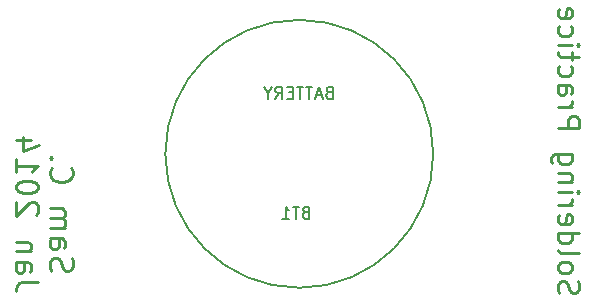
<source format=gbo>
G04 (created by PCBNEW (2013-07-07 BZR 4022)-stable) date 27/01/2014 8:34:37 p.m.*
%MOIN*%
G04 Gerber Fmt 3.4, Leading zero omitted, Abs format*
%FSLAX34Y34*%
G01*
G70*
G90*
G04 APERTURE LIST*
%ADD10C,0.00590551*%
%ADD11C,0.00984252*%
%ADD12C,0.01*%
G04 APERTURE END LIST*
G54D10*
G54D11*
X80350Y-55050D02*
X80316Y-54950D01*
X80316Y-54783D01*
X80350Y-54716D01*
X80383Y-54683D01*
X80450Y-54650D01*
X80516Y-54650D01*
X80583Y-54683D01*
X80616Y-54716D01*
X80650Y-54783D01*
X80683Y-54916D01*
X80716Y-54983D01*
X80750Y-55016D01*
X80816Y-55050D01*
X80883Y-55050D01*
X80950Y-55016D01*
X80983Y-54983D01*
X81016Y-54916D01*
X81016Y-54750D01*
X80983Y-54650D01*
X80316Y-54250D02*
X80350Y-54316D01*
X80383Y-54350D01*
X80450Y-54383D01*
X80650Y-54383D01*
X80716Y-54350D01*
X80750Y-54316D01*
X80783Y-54250D01*
X80783Y-54150D01*
X80750Y-54083D01*
X80716Y-54050D01*
X80650Y-54016D01*
X80450Y-54016D01*
X80383Y-54050D01*
X80350Y-54083D01*
X80316Y-54150D01*
X80316Y-54250D01*
X80316Y-53616D02*
X80350Y-53683D01*
X80416Y-53716D01*
X81016Y-53716D01*
X80316Y-53050D02*
X81016Y-53050D01*
X80350Y-53050D02*
X80316Y-53116D01*
X80316Y-53250D01*
X80350Y-53316D01*
X80383Y-53350D01*
X80450Y-53383D01*
X80650Y-53383D01*
X80716Y-53350D01*
X80750Y-53316D01*
X80783Y-53250D01*
X80783Y-53116D01*
X80750Y-53050D01*
X80350Y-52450D02*
X80316Y-52516D01*
X80316Y-52650D01*
X80350Y-52716D01*
X80416Y-52750D01*
X80683Y-52750D01*
X80750Y-52716D01*
X80783Y-52650D01*
X80783Y-52516D01*
X80750Y-52450D01*
X80683Y-52416D01*
X80616Y-52416D01*
X80550Y-52750D01*
X80316Y-52116D02*
X80783Y-52116D01*
X80650Y-52116D02*
X80716Y-52083D01*
X80750Y-52050D01*
X80783Y-51983D01*
X80783Y-51916D01*
X80316Y-51683D02*
X80783Y-51683D01*
X81016Y-51683D02*
X80983Y-51716D01*
X80950Y-51683D01*
X80983Y-51650D01*
X81016Y-51683D01*
X80950Y-51683D01*
X80783Y-51350D02*
X80316Y-51350D01*
X80716Y-51350D02*
X80750Y-51316D01*
X80783Y-51250D01*
X80783Y-51150D01*
X80750Y-51083D01*
X80683Y-51050D01*
X80316Y-51050D01*
X80783Y-50416D02*
X80216Y-50416D01*
X80150Y-50450D01*
X80116Y-50483D01*
X80083Y-50550D01*
X80083Y-50650D01*
X80116Y-50716D01*
X80350Y-50416D02*
X80316Y-50483D01*
X80316Y-50616D01*
X80350Y-50683D01*
X80383Y-50716D01*
X80450Y-50750D01*
X80650Y-50750D01*
X80716Y-50716D01*
X80750Y-50683D01*
X80783Y-50616D01*
X80783Y-50483D01*
X80750Y-50416D01*
X80316Y-49550D02*
X81016Y-49550D01*
X81016Y-49283D01*
X80983Y-49216D01*
X80950Y-49183D01*
X80883Y-49150D01*
X80783Y-49150D01*
X80716Y-49183D01*
X80683Y-49216D01*
X80650Y-49283D01*
X80650Y-49550D01*
X80316Y-48850D02*
X80783Y-48850D01*
X80650Y-48850D02*
X80716Y-48816D01*
X80750Y-48783D01*
X80783Y-48716D01*
X80783Y-48650D01*
X80316Y-48116D02*
X80683Y-48116D01*
X80750Y-48149D01*
X80783Y-48216D01*
X80783Y-48349D01*
X80750Y-48416D01*
X80350Y-48116D02*
X80316Y-48183D01*
X80316Y-48349D01*
X80350Y-48416D01*
X80416Y-48449D01*
X80483Y-48449D01*
X80550Y-48416D01*
X80583Y-48349D01*
X80583Y-48183D01*
X80616Y-48116D01*
X80350Y-47483D02*
X80316Y-47549D01*
X80316Y-47683D01*
X80350Y-47749D01*
X80383Y-47783D01*
X80450Y-47816D01*
X80650Y-47816D01*
X80716Y-47783D01*
X80750Y-47749D01*
X80783Y-47683D01*
X80783Y-47549D01*
X80750Y-47483D01*
X80783Y-47283D02*
X80783Y-47016D01*
X81016Y-47183D02*
X80416Y-47183D01*
X80350Y-47149D01*
X80316Y-47083D01*
X80316Y-47016D01*
X80316Y-46783D02*
X80783Y-46783D01*
X81016Y-46783D02*
X80983Y-46816D01*
X80950Y-46783D01*
X80983Y-46749D01*
X81016Y-46783D01*
X80950Y-46783D01*
X80350Y-46149D02*
X80316Y-46216D01*
X80316Y-46349D01*
X80350Y-46416D01*
X80383Y-46449D01*
X80450Y-46483D01*
X80650Y-46483D01*
X80716Y-46449D01*
X80750Y-46416D01*
X80783Y-46349D01*
X80783Y-46216D01*
X80750Y-46149D01*
X80350Y-45583D02*
X80316Y-45649D01*
X80316Y-45783D01*
X80350Y-45849D01*
X80416Y-45883D01*
X80683Y-45883D01*
X80750Y-45849D01*
X80783Y-45783D01*
X80783Y-45649D01*
X80750Y-45583D01*
X80683Y-45549D01*
X80616Y-45549D01*
X80550Y-45883D01*
G54D12*
X63432Y-54292D02*
X63396Y-54185D01*
X63396Y-54007D01*
X63432Y-53935D01*
X63467Y-53900D01*
X63539Y-53864D01*
X63610Y-53864D01*
X63682Y-53900D01*
X63717Y-53935D01*
X63753Y-54007D01*
X63789Y-54150D01*
X63825Y-54221D01*
X63860Y-54257D01*
X63932Y-54292D01*
X64003Y-54292D01*
X64075Y-54257D01*
X64110Y-54221D01*
X64146Y-54150D01*
X64146Y-53971D01*
X64110Y-53864D01*
X63396Y-53221D02*
X63789Y-53221D01*
X63860Y-53257D01*
X63896Y-53328D01*
X63896Y-53471D01*
X63860Y-53542D01*
X63432Y-53221D02*
X63396Y-53292D01*
X63396Y-53471D01*
X63432Y-53542D01*
X63503Y-53578D01*
X63575Y-53578D01*
X63646Y-53542D01*
X63682Y-53471D01*
X63682Y-53292D01*
X63717Y-53221D01*
X63396Y-52864D02*
X63896Y-52864D01*
X63825Y-52864D02*
X63860Y-52828D01*
X63896Y-52757D01*
X63896Y-52650D01*
X63860Y-52578D01*
X63789Y-52542D01*
X63396Y-52542D01*
X63789Y-52542D02*
X63860Y-52507D01*
X63896Y-52435D01*
X63896Y-52328D01*
X63860Y-52257D01*
X63789Y-52221D01*
X63396Y-52221D01*
X63467Y-50864D02*
X63432Y-50899D01*
X63396Y-51007D01*
X63396Y-51078D01*
X63432Y-51185D01*
X63503Y-51257D01*
X63575Y-51292D01*
X63717Y-51328D01*
X63825Y-51328D01*
X63967Y-51292D01*
X64039Y-51257D01*
X64110Y-51185D01*
X64146Y-51078D01*
X64146Y-51007D01*
X64110Y-50899D01*
X64075Y-50864D01*
X63467Y-50542D02*
X63432Y-50507D01*
X63396Y-50542D01*
X63432Y-50578D01*
X63467Y-50542D01*
X63396Y-50542D01*
X62996Y-54685D02*
X62460Y-54685D01*
X62353Y-54721D01*
X62282Y-54792D01*
X62246Y-54900D01*
X62246Y-54971D01*
X62246Y-54007D02*
X62639Y-54007D01*
X62710Y-54042D01*
X62746Y-54114D01*
X62746Y-54257D01*
X62710Y-54328D01*
X62282Y-54007D02*
X62246Y-54078D01*
X62246Y-54257D01*
X62282Y-54328D01*
X62353Y-54364D01*
X62425Y-54364D01*
X62496Y-54328D01*
X62532Y-54257D01*
X62532Y-54078D01*
X62567Y-54007D01*
X62746Y-53650D02*
X62246Y-53650D01*
X62675Y-53650D02*
X62710Y-53614D01*
X62746Y-53542D01*
X62746Y-53435D01*
X62710Y-53364D01*
X62639Y-53328D01*
X62246Y-53328D01*
X62925Y-52435D02*
X62960Y-52400D01*
X62996Y-52328D01*
X62996Y-52150D01*
X62960Y-52078D01*
X62925Y-52042D01*
X62853Y-52007D01*
X62782Y-52007D01*
X62675Y-52042D01*
X62246Y-52471D01*
X62246Y-52007D01*
X62996Y-51542D02*
X62996Y-51471D01*
X62960Y-51400D01*
X62925Y-51364D01*
X62853Y-51328D01*
X62710Y-51292D01*
X62532Y-51292D01*
X62389Y-51328D01*
X62317Y-51364D01*
X62282Y-51400D01*
X62246Y-51471D01*
X62246Y-51542D01*
X62282Y-51614D01*
X62317Y-51650D01*
X62389Y-51685D01*
X62532Y-51721D01*
X62710Y-51721D01*
X62853Y-51685D01*
X62925Y-51650D01*
X62960Y-51614D01*
X62996Y-51542D01*
X62246Y-50578D02*
X62246Y-51007D01*
X62246Y-50792D02*
X62996Y-50792D01*
X62889Y-50864D01*
X62817Y-50935D01*
X62782Y-51007D01*
X62746Y-49935D02*
X62246Y-49935D01*
X63032Y-50114D02*
X62496Y-50292D01*
X62496Y-49828D01*
G54D10*
X76165Y-50400D02*
G75*
G03X76165Y-50400I-4465J0D01*
G74*
G01*
X71909Y-52353D02*
X71853Y-52371D01*
X71834Y-52390D01*
X71815Y-52428D01*
X71815Y-52484D01*
X71834Y-52521D01*
X71853Y-52540D01*
X71890Y-52559D01*
X72040Y-52559D01*
X72040Y-52165D01*
X71909Y-52165D01*
X71871Y-52184D01*
X71853Y-52203D01*
X71834Y-52240D01*
X71834Y-52278D01*
X71853Y-52315D01*
X71871Y-52334D01*
X71909Y-52353D01*
X72040Y-52353D01*
X71703Y-52165D02*
X71478Y-52165D01*
X71590Y-52559D02*
X71590Y-52165D01*
X71140Y-52559D02*
X71365Y-52559D01*
X71253Y-52559D02*
X71253Y-52165D01*
X71290Y-52221D01*
X71328Y-52259D01*
X71365Y-52278D01*
X72684Y-48353D02*
X72628Y-48371D01*
X72609Y-48390D01*
X72590Y-48428D01*
X72590Y-48484D01*
X72609Y-48521D01*
X72628Y-48540D01*
X72665Y-48559D01*
X72815Y-48559D01*
X72815Y-48165D01*
X72684Y-48165D01*
X72646Y-48184D01*
X72628Y-48203D01*
X72609Y-48240D01*
X72609Y-48278D01*
X72628Y-48315D01*
X72646Y-48334D01*
X72684Y-48353D01*
X72815Y-48353D01*
X72440Y-48446D02*
X72253Y-48446D01*
X72478Y-48559D02*
X72346Y-48165D01*
X72215Y-48559D01*
X72140Y-48165D02*
X71915Y-48165D01*
X72028Y-48559D02*
X72028Y-48165D01*
X71840Y-48165D02*
X71615Y-48165D01*
X71728Y-48559D02*
X71728Y-48165D01*
X71484Y-48353D02*
X71353Y-48353D01*
X71296Y-48559D02*
X71484Y-48559D01*
X71484Y-48165D01*
X71296Y-48165D01*
X70903Y-48559D02*
X71034Y-48371D01*
X71128Y-48559D02*
X71128Y-48165D01*
X70978Y-48165D01*
X70940Y-48184D01*
X70921Y-48203D01*
X70903Y-48240D01*
X70903Y-48296D01*
X70921Y-48334D01*
X70940Y-48353D01*
X70978Y-48371D01*
X71128Y-48371D01*
X70659Y-48371D02*
X70659Y-48559D01*
X70790Y-48165D02*
X70659Y-48371D01*
X70528Y-48165D01*
M02*

</source>
